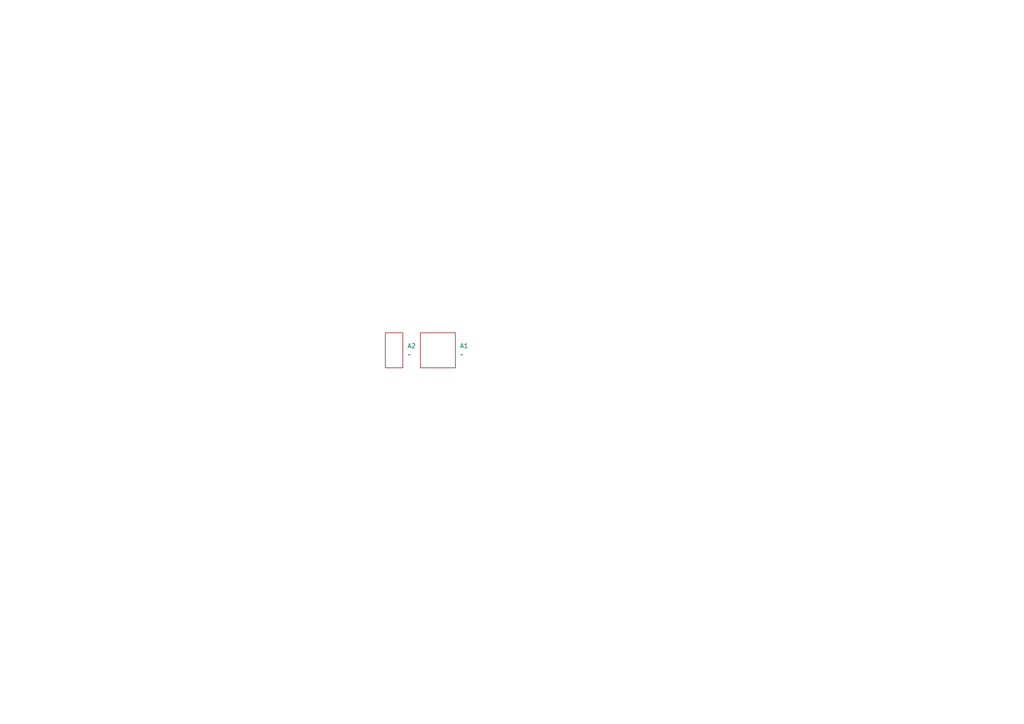
<source format=kicad_sch>
(kicad_sch (version 20250114) (generator "eeschema") (generator_version "9.0")
  (paper "A4")
  (lib_symbols
    (symbol "UNITED_MODULES_DATA_BASE:MINIMAL_LTC3350"
      (property "Reference" "A" (at 5.08 7.62 0))
      (symbol "MINIMAL_LTC3350_0_1"
        (rectangle (start -5.08 5.08) (end 5.08 -5.08))
      )
    )
    (symbol "UNITED_MODULES_DATA_BASE:SUPERCAP_BANK"
      (property "Reference" "A" (at 0 7.62 0))
      (symbol "SUPERCAP_BANK_0_1"
        (rectangle (start -2.54 5.08) (end 2.54 -5.08))
      )
    )
  )
  (symbol (lib_id "UNITED_MODULES_DATA_BASE:MINIMAL_LTC3350") (at 127 101.6 0) (unit 1)
    (property "Reference" "A1" (at 133.35 100.3299 0) (effects (justify left)))
    (property "Value" "~" (at 133.35 102.8699 0) (effects (justify left)))
    (property "Footprint" "modules_footprints:minimal_ltc3350" (effects (hide yes)))
  )
  (symbol (lib_id "UNITED_MODULES_DATA_BASE:SUPERCAP_BANK") (at 114.3 101.6 0) (unit 1)
    (property "Reference" "A2" (at 118.11 100.3299 0) (effects (justify left)))
    (property "Value" "~" (at 118.11 102.8699 0) (effects (justify left)))
    (property "Footprint" "modules_footprints:supercap_bank" (effects (hide yes)))
  )
)
</source>
